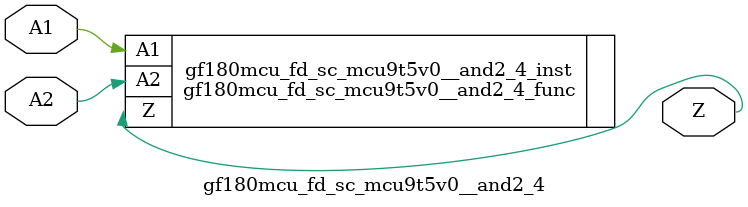
<source format=v>

module gf180mcu_fd_sc_mcu9t5v0__and2_4( A2, A1, Z );
input A1, A2;
output Z;

   `ifdef FUNCTIONAL  //  functional //

	gf180mcu_fd_sc_mcu9t5v0__and2_4_func gf180mcu_fd_sc_mcu9t5v0__and2_4_behav_inst(.A2(A2),.A1(A1),.Z(Z));

   `else

	gf180mcu_fd_sc_mcu9t5v0__and2_4_func gf180mcu_fd_sc_mcu9t5v0__and2_4_inst(.A2(A2),.A1(A1),.Z(Z));

	// spec_gates_begin


	// spec_gates_end



   specify

	// specify_block_begin

	// comb arc A1 --> Z
	 (A1 => Z) = (1.0,1.0);

	// comb arc A2 --> Z
	 (A2 => Z) = (1.0,1.0);

	// specify_block_end

   endspecify

   `endif

endmodule

</source>
